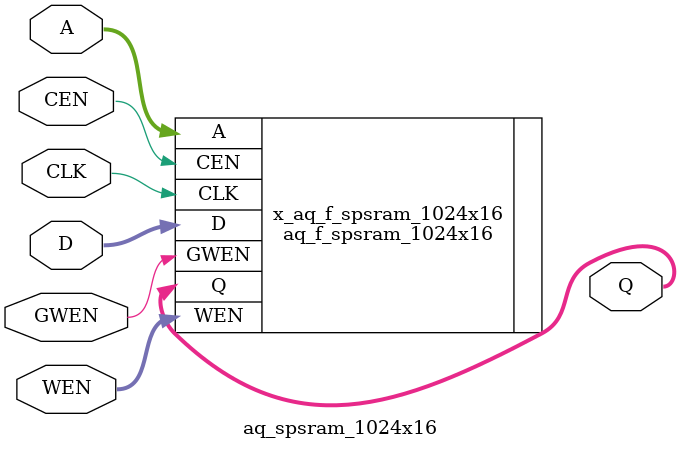
<source format=v>
/*Copyright 2020-2021 T-Head Semiconductor Co., Ltd.

Licensed under the Apache License, Version 2.0 (the "License");
you may not use this file except in compliance with the License.
You may obtain a copy of the License at

    http://www.apache.org/licenses/LICENSE-2.0

Unless required by applicable law or agreed to in writing, software
distributed under the License is distributed on an "AS IS" BASIS,
WITHOUT WARRANTIES OR CONDITIONS OF ANY KIND, either express or implied.
See the License for the specific language governing permissions and
limitations under the License.
*/

// &ModuleBeg; @22
module aq_spsram_1024x16(
  A,
  CEN,
  CLK,
  D,
  GWEN,
  Q,
  WEN
);

// &Ports; @23
input   [9 :0]  A;   
input           CEN; 
input           CLK; 
input   [15:0]  D;   
input           GWEN; 
input   [15:0]  WEN; 
output  [15:0]  Q;   

// &Regs; @24

// &Wires; @25
wire    [9 :0]  A;   
wire            CEN; 
wire            CLK; 
wire    [15:0]  D;   
wire            GWEN; 
wire    [15:0]  Q;   
wire    [15:0]  WEN; 


//**********************************************************
//                  Parameter Definition
//**********************************************************
parameter ADDR_WIDTH = 10;
parameter DATA_WIDTH = 16;
parameter WE_WIDTH   = 16;

// &Force("bus","Q",DATA_WIDTH-1,0); @34
// &Force("bus","WEN",WE_WIDTH-1,0); @35
// &Force("bus","A",ADDR_WIDTH-1,0); @36
// &Force("bus","D",DATA_WIDTH-1,0); @37

  //********************************************************
  //*                        FPGA memory                   *
  //********************************************************
//   &Instance("aq_f_spsram_1024x16"); @43
aq_f_spsram_1024x16  x_aq_f_spsram_1024x16 (
  .A    (A   ),
  .CEN  (CEN ),
  .CLK  (CLK ),
  .D    (D   ),
  .GWEN (GWEN),
  .Q    (Q   ),
  .WEN  (WEN )
);

//   &Instance("aq_tsmc_spsram_1024x16"); @49
//   &Instance("aq_umc_spsram_1024x16"); @61

// &ModuleEnd; @65
endmodule



</source>
